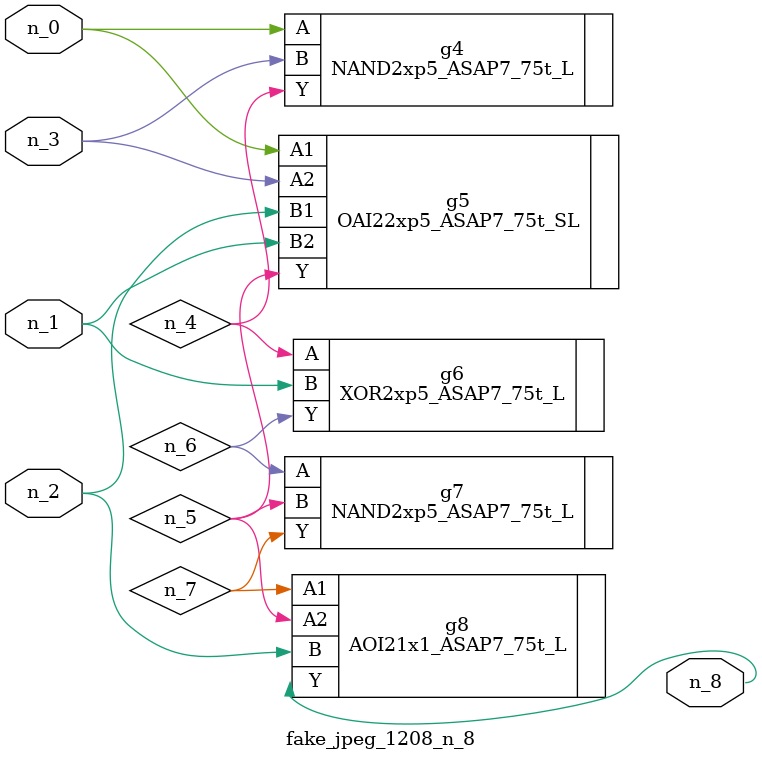
<source format=v>
module fake_jpeg_1208_n_8 (n_0, n_3, n_2, n_1, n_8);

input n_0;
input n_3;
input n_2;
input n_1;

output n_8;

wire n_4;
wire n_6;
wire n_5;
wire n_7;

NAND2xp5_ASAP7_75t_L g4 ( 
.A(n_0),
.B(n_3),
.Y(n_4)
);

OAI22xp5_ASAP7_75t_SL g5 ( 
.A1(n_0),
.A2(n_3),
.B1(n_2),
.B2(n_1),
.Y(n_5)
);

XOR2xp5_ASAP7_75t_L g6 ( 
.A(n_4),
.B(n_1),
.Y(n_6)
);

NAND2xp5_ASAP7_75t_L g7 ( 
.A(n_6),
.B(n_5),
.Y(n_7)
);

AOI21x1_ASAP7_75t_L g8 ( 
.A1(n_7),
.A2(n_5),
.B(n_2),
.Y(n_8)
);


endmodule
</source>
